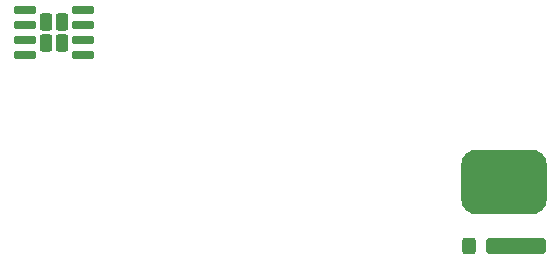
<source format=gtp>
%TF.GenerationSoftware,KiCad,Pcbnew,(6.0.2-0)*%
%TF.CreationDate,2022-08-31T15:30:49-04:00*%
%TF.ProjectId,LED Driver,4c454420-4472-4697-9665-722e6b696361,rev?*%
%TF.SameCoordinates,Original*%
%TF.FileFunction,Paste,Top*%
%TF.FilePolarity,Positive*%
%FSLAX46Y46*%
G04 Gerber Fmt 4.6, Leading zero omitted, Abs format (unit mm)*
G04 Created by KiCad (PCBNEW (6.0.2-0)) date 2022-08-31 15:30:49*
%MOMM*%
%LPD*%
G01*
G04 APERTURE LIST*
G04 Aperture macros list*
%AMRoundRect*
0 Rectangle with rounded corners*
0 $1 Rounding radius*
0 $2 $3 $4 $5 $6 $7 $8 $9 X,Y pos of 4 corners*
0 Add a 4 corners polygon primitive as box body*
4,1,4,$2,$3,$4,$5,$6,$7,$8,$9,$2,$3,0*
0 Add four circle primitives for the rounded corners*
1,1,$1+$1,$2,$3*
1,1,$1+$1,$4,$5*
1,1,$1+$1,$6,$7*
1,1,$1+$1,$8,$9*
0 Add four rect primitives between the rounded corners*
20,1,$1+$1,$2,$3,$4,$5,0*
20,1,$1+$1,$4,$5,$6,$7,0*
20,1,$1+$1,$6,$7,$8,$9,0*
20,1,$1+$1,$8,$9,$2,$3,0*%
G04 Aperture macros list end*
%ADD10RoundRect,0.250000X-0.300000X-0.485000X0.300000X-0.485000X0.300000X0.485000X-0.300000X0.485000X0*%
%ADD11RoundRect,0.150000X-0.820000X-0.150000X0.820000X-0.150000X0.820000X0.150000X-0.820000X0.150000X0*%
%ADD12RoundRect,0.300000X-0.300000X-0.400000X0.300000X-0.400000X0.300000X0.400000X-0.300000X0.400000X0*%
%ADD13RoundRect,0.350000X-2.200000X-0.350000X2.200000X-0.350000X2.200000X0.350000X-2.200000X0.350000X0*%
%ADD14RoundRect,1.375000X-2.275000X-1.375000X2.275000X-1.375000X2.275000X1.375000X-2.275000X1.375000X0*%
G04 APERTURE END LIST*
D10*
%TO.C,U1*%
X112629000Y-118223000D03*
X113939000Y-116473000D03*
X112629000Y-116473000D03*
X113939000Y-118223000D03*
D11*
X110804000Y-115443000D03*
X110804000Y-116713000D03*
X110804000Y-117983000D03*
X110804000Y-119253000D03*
X115764000Y-119253000D03*
X115764000Y-117983000D03*
X115764000Y-116713000D03*
X115764000Y-115443000D03*
%TD*%
D12*
%TO.C,U2*%
X148384000Y-135398000D03*
D13*
X152384000Y-135398000D03*
D14*
X151384000Y-130048000D03*
%TD*%
M02*

</source>
